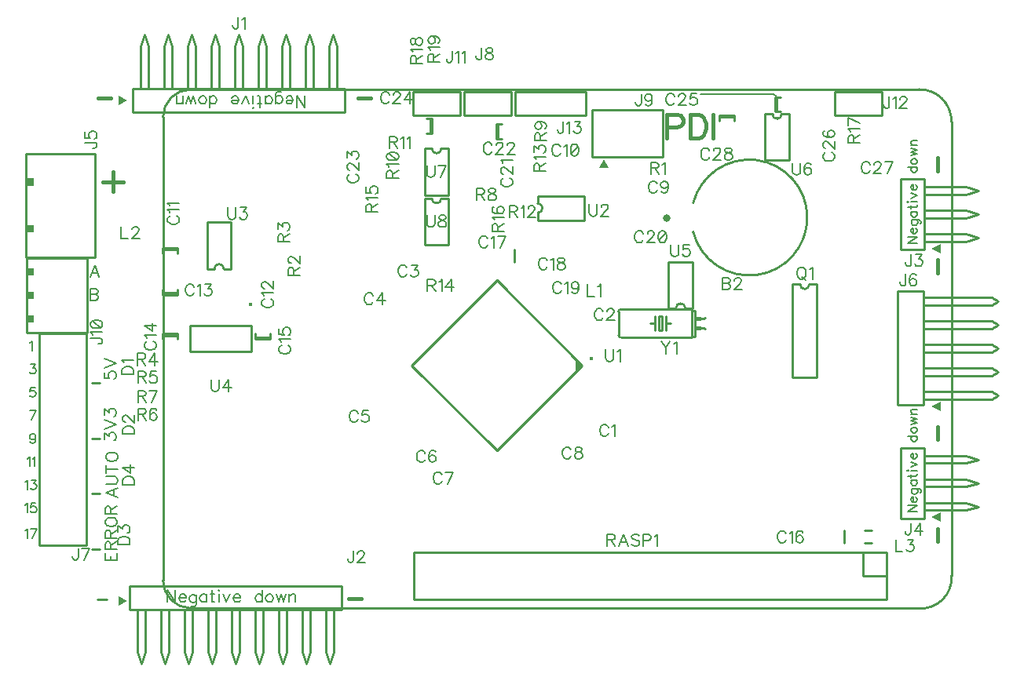
<source format=gto>
G04 DipTrace 2.4.0.2*
%INTopSilk.gbr*%
%MOIN*%
%ADD10C,0.0098*%
%ADD21C,0.0063*%
%ADD22C,0.0315*%
%ADD44C,0.0164*%
%ADD47C,0.0154*%
%ADD106C,0.0077*%
%ADD110C,0.0108*%
%FSLAX44Y44*%
G04*
G70*
G90*
G75*
G01*
%LNTopSilk*%
%LPD*%
D22*
X31221Y20535D3*
X32345Y21155D2*
D10*
G02X32345Y19934I2383J-610D01*
G01*
X9823Y19177D2*
X10452D1*
X9823Y19252D2*
X10452D1*
X9823D2*
Y19016D1*
X10452Y19252D2*
Y19016D1*
Y17339D2*
X9823D1*
X10452Y17264D2*
X9823D1*
X10452D2*
Y17500D1*
X9823Y17264D2*
Y17500D1*
Y15535D2*
X10452D1*
X9823Y15610D2*
X10452D1*
X9823D2*
Y15374D1*
X10452Y15610D2*
Y15374D1*
X14389Y15469D2*
X13760D1*
X14389Y15394D2*
X13760D1*
X14389D2*
Y15630D1*
X13760Y15394D2*
Y15630D1*
X38760Y7244D2*
Y6732D1*
X24742Y19178D2*
Y18667D1*
X24071Y23898D2*
Y24527D1*
X23996Y23898D2*
Y24527D1*
Y23898D2*
X24232D1*
X23996Y24527D2*
X24232D1*
X21185Y24737D2*
Y24108D1*
X21259Y24737D2*
Y24108D1*
Y24737D2*
X21023D1*
X21259Y24108D2*
X21023D1*
X35882Y25040D2*
Y25669D1*
X35807Y25040D2*
Y25669D1*
Y25040D2*
X36043D1*
X35807Y25669D2*
X36043D1*
X33445Y24807D2*
X34074D1*
X33445Y24882D2*
X34074D1*
X33445D2*
Y24646D1*
X34074Y24882D2*
Y24646D1*
X7146Y13504D2*
X6831D1*
X7146Y11142D2*
X6831D1*
X7146Y6457D2*
X6831D1*
X7146Y8819D2*
X6831D1*
X17555Y25032D2*
X8555D1*
Y26031D1*
X17555D1*
Y25032D1*
X16897Y26031D2*
Y27827D1*
X17055Y28331D1*
X17212Y26031D2*
Y27827D1*
X17055Y28331D1*
X15897Y26031D2*
Y27827D1*
X16055Y28331D1*
X16212Y26031D2*
Y27827D1*
X16055Y28331D1*
X14897Y26031D2*
Y27827D1*
X15055Y28331D1*
X15212Y26031D2*
Y27827D1*
X15055Y28331D1*
X13898Y26031D2*
Y27827D1*
X14055Y28331D1*
X14213Y26031D2*
Y27827D1*
X14055Y28331D1*
X12898Y26031D2*
Y27827D1*
X13055Y28331D1*
X13213Y26031D2*
Y27827D1*
X13055Y28331D1*
X11898Y26031D2*
Y27827D1*
X12055Y28331D1*
X12213Y26031D2*
Y27827D1*
X12055Y28331D1*
X10898Y26031D2*
Y27827D1*
X11055Y28331D1*
X11213Y26031D2*
Y27827D1*
X11055Y28331D1*
X9898Y26031D2*
Y27827D1*
X10055Y28331D1*
X10213Y26031D2*
Y27827D1*
X10055Y28331D1*
X8898Y26031D2*
Y27827D1*
X9056Y28331D1*
X9213Y26031D2*
Y27827D1*
X9056Y28331D1*
X8429Y4889D2*
X17429D1*
Y3890D1*
X8429D1*
Y4889D1*
X9087Y3890D2*
Y2094D1*
X8930Y1591D1*
X8772Y3890D2*
Y2094D1*
X8930Y1591D1*
X10087Y3890D2*
Y2094D1*
X9929Y1591D1*
X9772Y3890D2*
Y2094D1*
X9929Y1591D1*
X11087Y3890D2*
Y2094D1*
X10929Y1591D1*
X10772Y3890D2*
Y2094D1*
X10929Y1591D1*
X12087Y3890D2*
Y2094D1*
X11929Y1591D1*
X11772Y3890D2*
Y2094D1*
X11929Y1591D1*
X13087Y3890D2*
Y2094D1*
X12929Y1591D1*
X12772Y3890D2*
Y2094D1*
X12929Y1591D1*
X14087Y3890D2*
Y2094D1*
X13929Y1591D1*
X13772Y3890D2*
Y2094D1*
X13929Y1591D1*
X15086Y3890D2*
Y2094D1*
X14929Y1591D1*
X14771Y3890D2*
Y2094D1*
X14929Y1591D1*
X16086Y3890D2*
Y2094D1*
X15929Y1591D1*
X15771Y3890D2*
Y2094D1*
X15929Y1591D1*
X17086Y3890D2*
Y2094D1*
X16929Y1591D1*
X16771Y3890D2*
Y2094D1*
X16929Y1591D1*
X41142Y19185D2*
X42142D1*
Y22185D1*
X41142D1*
Y19185D1*
X42142Y19843D2*
X43937D1*
X44441Y19685D1*
X42142Y19528D2*
X43937D1*
X44441Y19685D1*
X42142Y20843D2*
X43937D1*
X44441Y20685D1*
X42142Y20528D2*
X43937D1*
X44441Y20685D1*
X42142Y21842D2*
X43937D1*
X44441Y21685D1*
X42142Y21527D2*
X43937D1*
X44441Y21685D1*
X41142Y7768D2*
X42142D1*
Y10768D1*
X41142D1*
Y7768D1*
X42142Y8425D2*
X43937D1*
X44441Y8268D1*
X42142Y8110D2*
X43937D1*
X44441Y8268D1*
X42142Y9425D2*
X43937D1*
X44441Y9268D1*
X42142Y9110D2*
X43937D1*
X44441Y9268D1*
X42142Y10425D2*
X43937D1*
X44441Y10268D1*
X42142Y10110D2*
X43937D1*
X44441Y10268D1*
X4016Y23268D2*
Y18858D1*
X6969D1*
Y23268D1*
X4016D1*
G36*
X4363Y22205D2*
X4048D1*
Y21890D1*
X4363D1*
Y22205D1*
G37*
G36*
Y20236D2*
X4048D1*
Y19921D1*
X4363D1*
Y20236D1*
G37*
X42126Y12835D2*
D10*
X45039D1*
X42126Y13150D2*
X45039D1*
Y12835D2*
X45303Y12992D1*
X45039Y13150D2*
X45303Y12992D1*
X41031Y12573D2*
X42126D1*
Y17411D1*
X41031D1*
Y12573D1*
X42126Y13835D2*
X45039D1*
X42126Y14150D2*
X45039D1*
Y13835D2*
X45303Y13992D1*
X45039Y14150D2*
X45303Y13992D1*
X42126Y14834D2*
X45039D1*
X42126Y15150D2*
X45039D1*
Y14834D2*
X45303Y14992D1*
X45039Y15150D2*
X45303Y14992D1*
X42126Y15835D2*
X45039D1*
X42126Y16150D2*
X45039D1*
Y15835D2*
X45303Y15992D1*
X45039Y16150D2*
X45303Y15992D1*
X42126Y16835D2*
X45039D1*
X42126Y17150D2*
X45039D1*
Y16835D2*
X45303Y16992D1*
X45039Y17150D2*
X45303Y16992D1*
X6579Y15610D2*
X4579D1*
Y6610D1*
X6579D1*
Y15610D1*
X22622Y25894D2*
X24622D1*
Y24894D1*
X22622D1*
Y25894D1*
X28043Y25122D2*
X31043D1*
Y23122D1*
X28043D1*
Y25122D1*
X4069Y18826D2*
Y15645D1*
X6628D1*
Y18826D1*
X4069D1*
G36*
X4354Y18392D2*
X4039D1*
Y18079D1*
X4354D1*
Y18392D1*
G37*
G36*
Y17393D2*
X4039D1*
Y17078D1*
X4354D1*
Y17393D1*
G37*
G36*
Y16393D2*
X4039D1*
Y16078D1*
X4354D1*
Y16393D1*
G37*
X20457Y25894D2*
D10*
X22457D1*
Y24894D1*
X20457D1*
Y25894D1*
X38370D2*
X40370D1*
Y24894D1*
X38370D1*
Y25894D1*
X24780D2*
X27779D1*
Y24894D1*
X24780D1*
Y25894D1*
X39922Y7264D2*
X39607D1*
X39922Y6713D2*
X39607D1*
X36567Y17704D2*
Y13767D1*
X37591Y17704D2*
Y13767D1*
X36567D2*
X37591D1*
X36567Y17704D2*
X36882D1*
X37276D2*
X37591D1*
X36882D2*
G03X37276Y17704I197J0D01*
G01*
X40551Y4334D2*
X20473D1*
Y6303D1*
X40551D1*
Y4334D1*
Y5320D2*
X39567D1*
Y6303D1*
X40551D1*
Y5320D1*
X41930Y3942D2*
X19094D1*
X41930Y25988D2*
G02X43309Y24609I30J-1349D01*
G01*
X41930Y3942D2*
G03X43309Y5320I98J1281D01*
G01*
X9843Y5122D2*
Y24806D1*
X19094Y25988D2*
X41930D1*
X43309Y24609D2*
Y5320D1*
X19094Y3942D2*
X11024D1*
G02X9843Y5122I2J1183D01*
G01*
X19094Y25988D2*
X11024D1*
G03X9843Y24806I-3J-1179D01*
G01*
X27634Y14262D2*
X24015Y10643D1*
X20396Y14262D1*
X24015Y17881D1*
X27634Y14262D1*
G36*
D2*
X27384Y14513D1*
X27634Y14262D1*
G37*
G36*
D2*
X27356Y14541D1*
Y13983D1*
X27634Y14262D1*
G37*
D44*
X28010Y14560D3*
X25750Y20433D2*
D10*
X27719D1*
X25750Y21457D2*
X27719D1*
Y20433D2*
Y21457D1*
X25750Y20748D2*
Y20433D1*
Y21142D2*
Y21457D1*
Y20748D2*
G03X25750Y21142I0J197D01*
G01*
X12736Y18368D2*
Y20337D1*
X11713Y18368D2*
Y20337D1*
X12736D2*
X11713D1*
X12421Y18368D2*
X12736D1*
X12027D2*
X11713D1*
X12421D2*
G03X12027Y18368I-197J0D01*
G01*
D47*
X13572Y16837D3*
X13583Y15945D2*
D10*
X10984D1*
X13583Y14843D2*
X10984D1*
Y15945D2*
Y14843D1*
X13583Y15945D2*
Y14843D1*
X32323Y16695D2*
Y18663D1*
X31299Y16695D2*
Y18663D1*
X32323D2*
X31299D1*
X32008Y16695D2*
X32323D1*
X31614D2*
X31299D1*
X32008D2*
G03X31614Y16695I-197J0D01*
G01*
X35394Y24939D2*
Y22970D1*
X36417Y24939D2*
Y22970D1*
X35394D2*
X36417D1*
X35709Y24939D2*
X35394D1*
X36102D2*
X36417D1*
X35709D2*
G03X36102Y24939I197J0D01*
G01*
X20942Y23470D2*
Y21501D1*
X21966Y23470D2*
Y21501D1*
X20942D2*
X21966D1*
X21257Y23470D2*
X20942D1*
X21651D2*
X21966D1*
X21257D2*
G03X21651Y23470I197J0D01*
G01*
X20942Y21345D2*
Y19376D1*
X21966Y21345D2*
Y19376D1*
X20942D2*
X21966D1*
X21257Y21345D2*
X20942D1*
X21651D2*
X21966D1*
X21257D2*
G03X21651Y21345I197J0D01*
G01*
X32429Y15498D2*
Y16598D1*
X29179Y16548D2*
G02X29279Y16648I100J0D01*
G01*
Y15448D2*
G02X29179Y15548I0J100D01*
G01*
Y16548D1*
X32429Y16598D2*
X32279D1*
Y16648D2*
Y16598D1*
Y16648D2*
X29279D1*
X32429Y15498D2*
X32279D1*
Y15448D2*
Y15498D1*
Y15448D2*
X29279D1*
X32279Y16598D2*
Y15498D1*
G36*
X32679Y16168D2*
X32449D1*
Y16328D1*
X32679D1*
Y16168D1*
G37*
G36*
Y15768D2*
X32449D1*
Y15928D1*
X32679D1*
Y15768D1*
G37*
X32783Y16245D2*
D10*
X32629Y16248D1*
X32779Y15848D2*
X32679D1*
X32783Y16245D2*
X32843Y16284D1*
Y15812D2*
X32783Y15851D1*
X30879Y15748D2*
X31029D1*
Y16348D2*
Y15748D1*
Y16348D2*
X30879D1*
Y15748D2*
Y16348D1*
X30729Y15748D2*
Y16048D1*
X31179Y15748D2*
Y16048D1*
X31379D1*
X31179D2*
Y16348D1*
X30729Y16048D2*
X30529D1*
X30729D2*
Y16348D1*
G36*
X28346Y22638D2*
X28543Y23031D1*
X28740Y22638D1*
X28346D1*
G37*
G36*
X42848Y12336D2*
X42454Y12533D1*
X42848Y12730D1*
Y12336D1*
G37*
G36*
Y7612D2*
X42454Y7808D1*
X42848Y8005D1*
Y7612D1*
G37*
G36*
Y19029D2*
X42454Y19226D1*
X42848Y19423D1*
Y19029D1*
G37*
G36*
X7940Y4462D2*
X8333Y4265D1*
X7940Y4068D1*
Y4462D1*
G37*
G36*
Y25722D2*
X8333Y25525D1*
X7940Y25328D1*
Y25722D1*
G37*
X32641Y25798D2*
D21*
X35766D1*
X35891Y25673D1*
X33588Y17986D2*
D106*
Y17484D1*
X33804D1*
X33876Y17508D1*
X33900Y17532D1*
X33923Y17579D1*
Y17651D1*
X33900Y17699D1*
X33876Y17723D1*
X33804Y17747D1*
X33876Y17771D1*
X33900Y17795D1*
X33923Y17842D1*
Y17891D1*
X33900Y17938D1*
X33876Y17962D1*
X33804Y17986D1*
X33588D1*
Y17747D2*
X33804D1*
X34102Y17866D2*
Y17890D1*
X34126Y17938D1*
X34150Y17962D1*
X34198Y17986D1*
X34293D1*
X34341Y17962D1*
X34365Y17938D1*
X34389Y17890D1*
Y17842D1*
X34365Y17794D1*
X34317Y17723D1*
X34078Y17484D1*
X34413D1*
X28743Y11634D2*
X28719Y11681D1*
X28671Y11729D1*
X28623Y11753D1*
X28528D1*
X28479Y11729D1*
X28432Y11681D1*
X28408Y11634D1*
X28384Y11562D1*
Y11442D1*
X28408Y11370D1*
X28432Y11322D1*
X28479Y11275D1*
X28528Y11250D1*
X28623D1*
X28671Y11275D1*
X28719Y11322D1*
X28743Y11370D1*
X28897Y11657D2*
X28945Y11681D1*
X29017Y11752D1*
Y11250D1*
X28518Y16555D2*
X28494Y16602D1*
X28446Y16650D1*
X28399Y16674D1*
X28303D1*
X28255Y16650D1*
X28207Y16602D1*
X28183Y16555D1*
X28159Y16483D1*
Y16363D1*
X28183Y16291D1*
X28207Y16243D1*
X28255Y16196D1*
X28303Y16172D1*
X28399D1*
X28446Y16196D1*
X28494Y16243D1*
X28518Y16291D1*
X28697Y16554D2*
Y16578D1*
X28720Y16626D1*
X28744Y16650D1*
X28792Y16673D1*
X28888D1*
X28935Y16650D1*
X28959Y16626D1*
X28984Y16578D1*
Y16530D1*
X28959Y16482D1*
X28912Y16411D1*
X28672Y16172D1*
X29007D1*
X20186Y18407D2*
X20162Y18455D1*
X20114Y18503D1*
X20067Y18527D1*
X19971D1*
X19923Y18503D1*
X19876Y18455D1*
X19851Y18407D1*
X19828Y18336D1*
Y18216D1*
X19851Y18144D1*
X19876Y18096D1*
X19923Y18049D1*
X19971Y18024D1*
X20067D1*
X20114Y18049D1*
X20162Y18096D1*
X20186Y18144D1*
X20389Y18526D2*
X20651D1*
X20508Y18335D1*
X20580D1*
X20627Y18311D1*
X20651Y18288D1*
X20676Y18216D1*
Y18168D1*
X20651Y18096D1*
X20604Y18048D1*
X20532Y18024D1*
X20460D1*
X20389Y18048D1*
X20365Y18073D1*
X20341Y18120D1*
X18762Y17225D2*
X18738Y17272D1*
X18690Y17320D1*
X18642Y17344D1*
X18547D1*
X18499Y17320D1*
X18451Y17272D1*
X18427Y17225D1*
X18403Y17153D1*
Y17033D1*
X18427Y16962D1*
X18451Y16914D1*
X18499Y16866D1*
X18547Y16842D1*
X18642D1*
X18690Y16866D1*
X18738Y16914D1*
X18762Y16962D1*
X19156Y16842D2*
Y17344D1*
X18916Y17009D1*
X19275D1*
X18114Y12236D2*
X18091Y12283D1*
X18043Y12331D1*
X17995Y12355D1*
X17899D1*
X17851Y12331D1*
X17804Y12283D1*
X17779Y12236D1*
X17756Y12164D1*
Y12044D1*
X17779Y11973D1*
X17804Y11925D1*
X17851Y11877D1*
X17899Y11853D1*
X17995D1*
X18043Y11877D1*
X18091Y11925D1*
X18114Y11973D1*
X18556Y12355D2*
X18317D1*
X18293Y12140D1*
X18317Y12163D1*
X18389Y12188D1*
X18460D1*
X18532Y12163D1*
X18580Y12116D1*
X18604Y12044D1*
Y11996D1*
X18580Y11925D1*
X18532Y11876D1*
X18460Y11853D1*
X18389D1*
X18317Y11876D1*
X18293Y11901D1*
X18269Y11948D1*
X20970Y10532D2*
X20946Y10579D1*
X20898Y10628D1*
X20851Y10651D1*
X20755D1*
X20707Y10628D1*
X20659Y10579D1*
X20635Y10532D1*
X20611Y10460D1*
Y10340D1*
X20635Y10269D1*
X20659Y10221D1*
X20707Y10173D1*
X20755Y10149D1*
X20851D1*
X20898Y10173D1*
X20946Y10221D1*
X20970Y10269D1*
X21411Y10579D2*
X21388Y10627D1*
X21316Y10651D1*
X21268D1*
X21196Y10627D1*
X21148Y10555D1*
X21124Y10436D1*
Y10316D1*
X21148Y10221D1*
X21196Y10173D1*
X21268Y10149D1*
X21292D1*
X21363Y10173D1*
X21411Y10221D1*
X21435Y10293D1*
Y10316D1*
X21411Y10388D1*
X21363Y10436D1*
X21292Y10460D1*
X21268D1*
X21196Y10436D1*
X21148Y10388D1*
X21124Y10316D1*
X21677Y9611D2*
X21653Y9658D1*
X21605Y9706D1*
X21558Y9730D1*
X21462D1*
X21414Y9706D1*
X21366Y9658D1*
X21342Y9611D1*
X21318Y9539D1*
Y9419D1*
X21342Y9348D1*
X21366Y9300D1*
X21414Y9252D1*
X21462Y9228D1*
X21558D1*
X21605Y9252D1*
X21653Y9300D1*
X21677Y9348D1*
X21927Y9228D2*
X22166Y9730D1*
X21831D1*
X27163Y10673D2*
X27139Y10721D1*
X27091Y10769D1*
X27043Y10793D1*
X26948D1*
X26900Y10769D1*
X26852Y10721D1*
X26828Y10673D1*
X26804Y10601D1*
Y10481D1*
X26828Y10410D1*
X26852Y10362D1*
X26900Y10315D1*
X26948Y10290D1*
X27043D1*
X27091Y10315D1*
X27139Y10362D1*
X27163Y10410D1*
X27437Y10792D2*
X27365Y10768D1*
X27341Y10721D1*
Y10673D1*
X27365Y10625D1*
X27413Y10601D1*
X27508Y10577D1*
X27580Y10553D1*
X27628Y10505D1*
X27652Y10458D1*
Y10386D1*
X27628Y10338D1*
X27604Y10314D1*
X27532Y10290D1*
X27437D1*
X27365Y10314D1*
X27341Y10338D1*
X27317Y10386D1*
Y10458D1*
X27341Y10505D1*
X27389Y10553D1*
X27460Y10577D1*
X27556Y10601D1*
X27604Y10625D1*
X27628Y10673D1*
Y10721D1*
X27604Y10768D1*
X27532Y10792D1*
X27437D1*
X30813Y21971D2*
X30789Y22019D1*
X30741Y22067D1*
X30693Y22090D1*
X30598D1*
X30550Y22067D1*
X30502Y22019D1*
X30478Y21971D1*
X30454Y21899D1*
Y21779D1*
X30478Y21708D1*
X30502Y21660D1*
X30550Y21612D1*
X30598Y21588D1*
X30693D1*
X30741Y21612D1*
X30789Y21660D1*
X30813Y21708D1*
X31278Y21923D2*
X31254Y21851D1*
X31206Y21803D1*
X31135Y21779D1*
X31111D1*
X31039Y21803D1*
X30991Y21851D1*
X30967Y21923D1*
Y21947D1*
X30991Y22019D1*
X31039Y22066D1*
X31111Y22090D1*
X31135D1*
X31206Y22066D1*
X31254Y22019D1*
X31278Y21923D1*
Y21803D1*
X31254Y21684D1*
X31206Y21612D1*
X31135Y21588D1*
X31087D1*
X31015Y21612D1*
X30991Y21660D1*
X26711Y23545D2*
X26687Y23592D1*
X26639Y23641D1*
X26592Y23664D1*
X26496D1*
X26448Y23641D1*
X26400Y23592D1*
X26376Y23545D1*
X26352Y23473D1*
Y23353D1*
X26376Y23282D1*
X26400Y23234D1*
X26448Y23186D1*
X26496Y23162D1*
X26592D1*
X26639Y23186D1*
X26687Y23234D1*
X26711Y23282D1*
X26865Y23568D2*
X26913Y23592D1*
X26985Y23664D1*
Y23162D1*
X27283Y23664D2*
X27211Y23640D1*
X27163Y23568D1*
X27140Y23449D1*
Y23377D1*
X27163Y23258D1*
X27211Y23186D1*
X27283Y23162D1*
X27331D1*
X27403Y23186D1*
X27450Y23258D1*
X27475Y23377D1*
Y23449D1*
X27450Y23568D1*
X27403Y23640D1*
X27331Y23664D1*
X27283D1*
X27450Y23568D2*
X27163Y23258D1*
X10155Y20614D2*
X10107Y20590D1*
X10059Y20542D1*
X10035Y20494D1*
Y20399D1*
X10059Y20351D1*
X10107Y20303D1*
X10155Y20279D1*
X10227Y20255D1*
X10347D1*
X10418Y20279D1*
X10466Y20303D1*
X10514Y20351D1*
X10538Y20399D1*
Y20494D1*
X10514Y20542D1*
X10466Y20590D1*
X10418Y20614D1*
X10132Y20768D2*
X10107Y20816D1*
X10036Y20888D1*
X10538D1*
X10132Y21042D2*
X10107Y21090D1*
X10036Y21162D1*
X10538D1*
X14151Y17081D2*
X14103Y17057D1*
X14055Y17009D1*
X14032Y16962D1*
Y16866D1*
X14055Y16818D1*
X14103Y16770D1*
X14151Y16746D1*
X14223Y16722D1*
X14343D1*
X14414Y16746D1*
X14462Y16770D1*
X14510Y16818D1*
X14534Y16866D1*
Y16962D1*
X14510Y17009D1*
X14462Y17057D1*
X14414Y17081D1*
X14128Y17235D2*
X14103Y17283D1*
X14032Y17355D1*
X14534D1*
X14151Y17534D2*
X14128D1*
X14080Y17558D1*
X14056Y17582D1*
X14032Y17630D1*
Y17725D1*
X14056Y17773D1*
X14080Y17797D1*
X14128Y17821D1*
X14175D1*
X14223Y17797D1*
X14295Y17749D1*
X14534Y17510D1*
Y17845D1*
X11156Y17601D2*
X11132Y17649D1*
X11084Y17697D1*
X11036Y17720D1*
X10941D1*
X10893Y17697D1*
X10845Y17649D1*
X10821Y17601D1*
X10797Y17529D1*
Y17409D1*
X10821Y17338D1*
X10845Y17290D1*
X10893Y17242D1*
X10941Y17218D1*
X11036D1*
X11084Y17242D1*
X11132Y17290D1*
X11156Y17338D1*
X11310Y17624D2*
X11358Y17649D1*
X11430Y17720D1*
Y17218D1*
X11633Y17720D2*
X11895D1*
X11752Y17529D1*
X11824D1*
X11871Y17505D1*
X11895Y17481D1*
X11919Y17409D1*
Y17362D1*
X11895Y17290D1*
X11848Y17242D1*
X11776Y17218D1*
X11704D1*
X11633Y17242D1*
X11609Y17266D1*
X11585Y17314D1*
X9171Y15278D2*
X9123Y15254D1*
X9075Y15206D1*
X9051Y15158D1*
Y15063D1*
X9075Y15015D1*
X9123Y14967D1*
X9171Y14943D1*
X9242Y14919D1*
X9362D1*
X9434Y14943D1*
X9482Y14967D1*
X9529Y15015D1*
X9554Y15063D1*
Y15158D1*
X9529Y15206D1*
X9482Y15254D1*
X9434Y15278D1*
X9147Y15432D2*
X9123Y15480D1*
X9052Y15552D1*
X9554D1*
Y15946D2*
X9052D1*
X9386Y15706D1*
Y16065D1*
X14879Y15112D2*
X14832Y15089D1*
X14784Y15041D1*
X14760Y14993D1*
Y14897D1*
X14784Y14849D1*
X14832Y14802D1*
X14879Y14778D1*
X14951Y14754D1*
X15071D1*
X15142Y14778D1*
X15190Y14802D1*
X15238Y14849D1*
X15262Y14897D1*
Y14993D1*
X15238Y15041D1*
X15190Y15089D1*
X15142Y15112D1*
X14856Y15267D2*
X14832Y15315D1*
X14760Y15387D1*
X15262D1*
X14760Y15828D2*
Y15589D1*
X14975Y15566D1*
X14952Y15589D1*
X14927Y15661D1*
Y15732D1*
X14952Y15804D1*
X14999Y15852D1*
X15071Y15876D1*
X15119D1*
X15190Y15852D1*
X15239Y15804D1*
X15262Y15732D1*
Y15661D1*
X15239Y15589D1*
X15214Y15566D1*
X15167Y15541D1*
X36286Y7109D2*
X36262Y7156D1*
X36214Y7205D1*
X36167Y7228D1*
X36071D1*
X36023Y7205D1*
X35976Y7156D1*
X35951Y7109D1*
X35927Y7037D1*
Y6917D1*
X35951Y6846D1*
X35976Y6798D1*
X36023Y6750D1*
X36071Y6726D1*
X36167D1*
X36214Y6750D1*
X36262Y6798D1*
X36286Y6846D1*
X36441Y7132D2*
X36489Y7156D1*
X36560Y7228D1*
Y6726D1*
X37002Y7156D2*
X36978Y7204D1*
X36906Y7228D1*
X36859D1*
X36787Y7204D1*
X36739Y7132D1*
X36715Y7013D1*
Y6893D1*
X36739Y6798D1*
X36787Y6750D1*
X36859Y6726D1*
X36882D1*
X36954Y6750D1*
X37002Y6798D1*
X37025Y6870D1*
Y6893D1*
X37002Y6965D1*
X36954Y7013D1*
X36882Y7037D1*
X36859D1*
X36787Y7013D1*
X36739Y6965D1*
X36715Y6893D1*
X23625Y19643D2*
X23601Y19691D1*
X23553Y19739D1*
X23506Y19763D1*
X23410D1*
X23362Y19739D1*
X23314Y19691D1*
X23290Y19643D1*
X23266Y19572D1*
Y19452D1*
X23290Y19380D1*
X23314Y19332D1*
X23362Y19285D1*
X23410Y19260D1*
X23506D1*
X23553Y19285D1*
X23601Y19332D1*
X23625Y19380D1*
X23779Y19667D2*
X23827Y19691D1*
X23899Y19762D1*
Y19260D1*
X24149D2*
X24389Y19762D1*
X24054D1*
X26150Y18714D2*
X26126Y18761D1*
X26078Y18809D1*
X26031Y18833D1*
X25935D1*
X25887Y18809D1*
X25839Y18761D1*
X25815Y18714D1*
X25791Y18642D1*
Y18522D1*
X25815Y18451D1*
X25839Y18403D1*
X25887Y18355D1*
X25935Y18331D1*
X26031D1*
X26078Y18355D1*
X26126Y18403D1*
X26150Y18451D1*
X26304Y18737D2*
X26353Y18761D1*
X26424Y18833D1*
Y18331D1*
X26698Y18833D2*
X26627Y18809D1*
X26603Y18761D1*
Y18713D1*
X26627Y18666D1*
X26674Y18641D1*
X26770Y18618D1*
X26842Y18594D1*
X26889Y18546D1*
X26913Y18498D1*
Y18426D1*
X26889Y18379D1*
X26866Y18354D1*
X26794Y18331D1*
X26698D1*
X26627Y18354D1*
X26603Y18379D1*
X26579Y18426D1*
Y18498D1*
X26603Y18546D1*
X26651Y18594D1*
X26722Y18618D1*
X26818Y18641D1*
X26866Y18666D1*
X26889Y18713D1*
Y18761D1*
X26866Y18809D1*
X26794Y18833D1*
X26698D1*
X26750Y17703D2*
X26726Y17750D1*
X26678Y17798D1*
X26630Y17822D1*
X26535D1*
X26487Y17798D1*
X26439Y17750D1*
X26415Y17703D1*
X26391Y17631D1*
Y17511D1*
X26415Y17440D1*
X26439Y17392D1*
X26487Y17344D1*
X26535Y17320D1*
X26630D1*
X26678Y17344D1*
X26726Y17392D1*
X26750Y17440D1*
X26904Y17726D2*
X26952Y17750D1*
X27024Y17822D1*
Y17320D1*
X27490Y17655D2*
X27465Y17583D1*
X27418Y17535D1*
X27346Y17511D1*
X27322D1*
X27250Y17535D1*
X27203Y17583D1*
X27178Y17655D1*
Y17679D1*
X27203Y17750D1*
X27250Y17798D1*
X27322Y17822D1*
X27346D1*
X27418Y17798D1*
X27465Y17750D1*
X27490Y17655D1*
Y17535D1*
X27465Y17415D1*
X27418Y17344D1*
X27346Y17320D1*
X27298D1*
X27227Y17344D1*
X27203Y17392D1*
X30228Y19857D2*
X30205Y19905D1*
X30157Y19953D1*
X30109Y19977D1*
X30013D1*
X29965Y19953D1*
X29918Y19905D1*
X29893Y19857D1*
X29870Y19786D1*
Y19666D1*
X29893Y19594D1*
X29918Y19546D1*
X29965Y19499D1*
X30013Y19474D1*
X30109D1*
X30157Y19499D1*
X30205Y19546D1*
X30228Y19594D1*
X30407Y19857D2*
Y19881D1*
X30431Y19929D1*
X30455Y19952D1*
X30503Y19976D1*
X30598D1*
X30646Y19952D1*
X30670Y19929D1*
X30694Y19881D1*
Y19833D1*
X30670Y19785D1*
X30622Y19714D1*
X30383Y19474D1*
X30718D1*
X31016Y19976D2*
X30944Y19952D1*
X30896Y19881D1*
X30872Y19761D1*
Y19689D1*
X30896Y19570D1*
X30944Y19498D1*
X31016Y19474D1*
X31063D1*
X31135Y19498D1*
X31183Y19570D1*
X31207Y19689D1*
Y19761D1*
X31183Y19881D1*
X31135Y19952D1*
X31063Y19976D1*
X31016D1*
X31183Y19881D2*
X30896Y19570D1*
X24295Y22215D2*
X24248Y22192D1*
X24200Y22143D1*
X24176Y22096D1*
Y22000D1*
X24200Y21952D1*
X24248Y21905D1*
X24295Y21880D1*
X24367Y21857D1*
X24487D1*
X24558Y21880D1*
X24606Y21905D1*
X24654Y21952D1*
X24678Y22000D1*
Y22096D1*
X24654Y22143D1*
X24606Y22192D1*
X24558Y22215D1*
X24296Y22394D2*
X24272D1*
X24224Y22418D1*
X24200Y22442D1*
X24176Y22490D1*
Y22585D1*
X24200Y22633D1*
X24224Y22657D1*
X24272Y22681D1*
X24319D1*
X24368Y22657D1*
X24439Y22609D1*
X24678Y22370D1*
Y22705D1*
X24272Y22859D2*
X24248Y22907D1*
X24176Y22979D1*
X24678D1*
X23804Y23617D2*
X23780Y23665D1*
X23732Y23713D1*
X23685Y23737D1*
X23589D1*
X23541Y23713D1*
X23494Y23665D1*
X23469Y23617D1*
X23445Y23545D1*
Y23425D1*
X23469Y23354D1*
X23494Y23306D1*
X23541Y23259D1*
X23589Y23234D1*
X23685D1*
X23732Y23259D1*
X23780Y23306D1*
X23804Y23354D1*
X23983Y23617D2*
Y23640D1*
X24007Y23689D1*
X24030Y23712D1*
X24079Y23736D1*
X24174D1*
X24222Y23712D1*
X24245Y23689D1*
X24270Y23640D1*
Y23593D1*
X24245Y23545D1*
X24198Y23474D1*
X23959Y23234D1*
X24294D1*
X24472Y23617D2*
Y23640D1*
X24496Y23689D1*
X24520Y23712D1*
X24568Y23736D1*
X24663D1*
X24711Y23712D1*
X24735Y23689D1*
X24759Y23640D1*
Y23593D1*
X24735Y23545D1*
X24687Y23474D1*
X24448Y23234D1*
X24783D1*
X17769Y22385D2*
X17722Y22361D1*
X17673Y22313D1*
X17650Y22266D1*
Y22170D1*
X17673Y22122D1*
X17722Y22074D1*
X17769Y22050D1*
X17841Y22026D1*
X17961D1*
X18032Y22050D1*
X18080Y22074D1*
X18128Y22122D1*
X18152Y22170D1*
Y22266D1*
X18128Y22313D1*
X18080Y22361D1*
X18032Y22385D1*
X17770Y22564D2*
X17746D1*
X17698Y22587D1*
X17674Y22611D1*
X17650Y22659D1*
Y22755D1*
X17674Y22802D1*
X17698Y22826D1*
X17746Y22850D1*
X17793D1*
X17841Y22826D1*
X17913Y22779D1*
X18152Y22539D1*
Y22874D1*
X17650Y23077D2*
Y23339D1*
X17841Y23196D1*
Y23268D1*
X17865Y23315D1*
X17889Y23339D1*
X17961Y23364D1*
X18008D1*
X18080Y23339D1*
X18128Y23292D1*
X18152Y23220D1*
Y23148D1*
X18128Y23077D1*
X18104Y23053D1*
X18056Y23029D1*
X19444Y25765D2*
X19421Y25812D1*
X19373Y25861D1*
X19325Y25884D1*
X19229D1*
X19181Y25861D1*
X19134Y25812D1*
X19109Y25765D1*
X19086Y25693D1*
Y25573D1*
X19109Y25502D1*
X19134Y25454D1*
X19181Y25406D1*
X19229Y25382D1*
X19325D1*
X19373Y25406D1*
X19421Y25454D1*
X19444Y25502D1*
X19623Y25764D2*
Y25788D1*
X19647Y25836D1*
X19671Y25860D1*
X19719Y25884D1*
X19814D1*
X19862Y25860D1*
X19886Y25836D1*
X19910Y25788D1*
Y25741D1*
X19886Y25693D1*
X19838Y25621D1*
X19599Y25382D1*
X19934D1*
X20327D2*
Y25884D1*
X20088Y25549D1*
X20447D1*
X31553Y25697D2*
X31529Y25744D1*
X31481Y25792D1*
X31433Y25816D1*
X31338D1*
X31290Y25792D1*
X31242Y25744D1*
X31218Y25697D1*
X31194Y25625D1*
Y25505D1*
X31218Y25433D1*
X31242Y25385D1*
X31290Y25338D1*
X31338Y25313D1*
X31433D1*
X31481Y25338D1*
X31529Y25385D1*
X31553Y25433D1*
X31731Y25696D2*
Y25720D1*
X31755Y25768D1*
X31779Y25792D1*
X31827Y25815D1*
X31923D1*
X31970Y25792D1*
X31994Y25768D1*
X32018Y25720D1*
Y25672D1*
X31994Y25624D1*
X31946Y25553D1*
X31707Y25313D1*
X32042D1*
X32483Y25815D2*
X32245D1*
X32221Y25600D1*
X32245Y25624D1*
X32316Y25648D1*
X32388D1*
X32460Y25624D1*
X32508Y25577D1*
X32531Y25505D1*
Y25457D1*
X32508Y25385D1*
X32460Y25337D1*
X32388Y25313D1*
X32316D1*
X32245Y25337D1*
X32221Y25362D1*
X32196Y25409D1*
X37968Y23304D2*
X37921Y23280D1*
X37873Y23232D1*
X37849Y23185D1*
Y23089D1*
X37873Y23041D1*
X37921Y22993D1*
X37968Y22969D1*
X38040Y22945D1*
X38160D1*
X38231Y22969D1*
X38280Y22993D1*
X38327Y23041D1*
X38351Y23089D1*
Y23185D1*
X38327Y23232D1*
X38280Y23280D1*
X38231Y23304D1*
X37969Y23483D2*
X37945D1*
X37897Y23507D1*
X37873Y23530D1*
X37850Y23578D1*
Y23674D1*
X37873Y23722D1*
X37897Y23745D1*
X37945Y23770D1*
X37993D1*
X38041Y23745D1*
X38112Y23698D1*
X38351Y23458D1*
Y23793D1*
X37921Y24235D2*
X37873Y24211D1*
X37850Y24139D1*
Y24091D1*
X37873Y24020D1*
X37945Y23972D1*
X38065Y23948D1*
X38184D1*
X38280Y23972D1*
X38328Y24020D1*
X38351Y24091D1*
Y24115D1*
X38328Y24187D1*
X38280Y24235D1*
X38208Y24258D1*
X38184D1*
X38112Y24235D1*
X38065Y24187D1*
X38041Y24115D1*
Y24091D1*
X38065Y24020D1*
X38112Y23972D1*
X38184Y23948D1*
X39848Y22801D2*
X39824Y22848D1*
X39776Y22896D1*
X39728Y22920D1*
X39633D1*
X39584Y22896D1*
X39537Y22848D1*
X39513Y22801D1*
X39489Y22729D1*
Y22609D1*
X39513Y22538D1*
X39537Y22490D1*
X39584Y22442D1*
X39633Y22418D1*
X39728D1*
X39776Y22442D1*
X39824Y22490D1*
X39848Y22538D1*
X40026Y22800D2*
Y22824D1*
X40050Y22872D1*
X40074Y22896D1*
X40122Y22920D1*
X40217D1*
X40265Y22896D1*
X40289Y22872D1*
X40313Y22824D1*
Y22777D1*
X40289Y22728D1*
X40241Y22657D1*
X40002Y22418D1*
X40337D1*
X40587D2*
X40826Y22920D1*
X40491D1*
X33033Y23377D2*
X33010Y23424D1*
X32961Y23472D1*
X32914Y23496D1*
X32818D1*
X32770Y23472D1*
X32723Y23424D1*
X32698Y23377D1*
X32675Y23305D1*
Y23185D1*
X32698Y23114D1*
X32723Y23065D1*
X32770Y23018D1*
X32818Y22994D1*
X32914D1*
X32961Y23018D1*
X33010Y23065D1*
X33033Y23114D1*
X33212Y23376D2*
Y23400D1*
X33236Y23448D1*
X33260Y23472D1*
X33308Y23495D1*
X33403D1*
X33451Y23472D1*
X33475Y23448D1*
X33499Y23400D1*
Y23352D1*
X33475Y23304D1*
X33427Y23233D1*
X33188Y22994D1*
X33523D1*
X33796Y23495D2*
X33725Y23472D1*
X33701Y23424D1*
Y23376D1*
X33725Y23329D1*
X33773Y23304D1*
X33868Y23280D1*
X33940Y23257D1*
X33988Y23209D1*
X34011Y23161D1*
Y23089D1*
X33988Y23042D1*
X33964Y23017D1*
X33892Y22994D1*
X33796D1*
X33725Y23017D1*
X33701Y23042D1*
X33677Y23089D1*
Y23161D1*
X33701Y23209D1*
X33749Y23257D1*
X33820Y23280D1*
X33916Y23304D1*
X33964Y23329D1*
X33988Y23376D1*
Y23424D1*
X33964Y23472D1*
X33892Y23495D1*
X33796D1*
X8090Y13881D2*
X8593D1*
Y14049D1*
X8568Y14121D1*
X8521Y14169D1*
X8473Y14193D1*
X8401Y14216D1*
X8281D1*
X8210Y14193D1*
X8162Y14169D1*
X8114Y14121D1*
X8090Y14049D1*
Y13881D1*
X8186Y14371D2*
X8162Y14419D1*
X8091Y14491D1*
X8593D1*
X7355Y13965D2*
Y13726D1*
X7570Y13703D1*
X7546Y13726D1*
X7522Y13798D1*
Y13870D1*
X7546Y13941D1*
X7594Y13989D1*
X7666Y14013D1*
X7713D1*
X7785Y13989D1*
X7833Y13941D1*
X7857Y13870D1*
Y13798D1*
X7833Y13726D1*
X7809Y13703D1*
X7761Y13678D1*
X7355Y14168D2*
X7857Y14359D1*
X7355Y14550D1*
X8126Y11340D2*
X8628D1*
Y11507D1*
X8604Y11579D1*
X8557Y11627D1*
X8509Y11651D1*
X8437Y11675D1*
X8317D1*
X8245Y11651D1*
X8198Y11627D1*
X8150Y11579D1*
X8126Y11507D1*
Y11340D1*
X8246Y11853D2*
X8222D1*
X8174Y11877D1*
X8150Y11901D1*
X8127Y11949D1*
Y12045D1*
X8150Y12092D1*
X8174Y12116D1*
X8222Y12140D1*
X8270D1*
X8318Y12116D1*
X8389Y12068D1*
X8628Y11829D1*
Y12164D1*
X7355Y11119D2*
Y11382D1*
X7546Y11239D1*
Y11311D1*
X7570Y11358D1*
X7594Y11382D1*
X7666Y11406D1*
X7713D1*
X7785Y11382D1*
X7833Y11334D1*
X7857Y11263D1*
Y11191D1*
X7833Y11119D1*
X7809Y11096D1*
X7761Y11071D1*
X7355Y11561D2*
X7857Y11752D1*
X7355Y11943D1*
Y12146D2*
Y12408D1*
X7546Y12265D1*
Y12337D1*
X7570Y12384D1*
X7594Y12408D1*
X7666Y12433D1*
X7713D1*
X7785Y12408D1*
X7833Y12361D1*
X7857Y12289D1*
Y12217D1*
X7833Y12146D1*
X7809Y12122D1*
X7761Y12098D1*
X7929Y6655D2*
X8432D1*
Y6822D1*
X8407Y6894D1*
X8360Y6942D1*
X8312Y6966D1*
X8240Y6990D1*
X8120D1*
X8049Y6966D1*
X8001Y6942D1*
X7953Y6894D1*
X7929Y6822D1*
Y6655D1*
X7930Y7192D2*
Y7455D1*
X8121Y7312D1*
Y7383D1*
X8145Y7431D1*
X8169Y7455D1*
X8240Y7479D1*
X8288D1*
X8360Y7455D1*
X8408Y7407D1*
X8432Y7335D1*
Y7264D1*
X8408Y7192D1*
X8384Y7168D1*
X8336Y7144D1*
X7390Y6282D2*
Y5972D1*
X7893D1*
Y6282D1*
X7630Y5972D2*
Y6163D1*
Y6437D2*
Y6652D1*
X7605Y6724D1*
X7582Y6748D1*
X7534Y6772D1*
X7486D1*
X7438Y6748D1*
X7414Y6724D1*
X7390Y6652D1*
Y6437D1*
X7893D1*
X7630Y6604D2*
X7893Y6772D1*
X7630Y6926D2*
Y7141D1*
X7605Y7213D1*
X7582Y7237D1*
X7534Y7261D1*
X7486D1*
X7438Y7237D1*
X7414Y7213D1*
X7390Y7141D1*
Y6926D1*
X7893D1*
X7630Y7093D2*
X7893Y7261D1*
X7390Y7559D2*
X7414Y7511D1*
X7462Y7463D1*
X7510Y7439D1*
X7582Y7415D1*
X7701D1*
X7773Y7439D1*
X7821Y7463D1*
X7868Y7511D1*
X7893Y7559D1*
Y7655D1*
X7868Y7702D1*
X7821Y7750D1*
X7773Y7774D1*
X7701Y7798D1*
X7582D1*
X7510Y7774D1*
X7462Y7750D1*
X7414Y7702D1*
X7390Y7655D1*
Y7559D1*
X7630Y7952D2*
Y8167D1*
X7605Y8239D1*
X7582Y8263D1*
X7534Y8287D1*
X7486D1*
X7438Y8263D1*
X7414Y8239D1*
X7390Y8167D1*
Y7952D1*
X7893D1*
X7630Y8120D2*
X7893Y8287D1*
X8126Y9202D2*
X8628D1*
Y9369D1*
X8604Y9441D1*
X8557Y9489D1*
X8509Y9513D1*
X8437Y9537D1*
X8317D1*
X8245Y9513D1*
X8198Y9489D1*
X8150Y9441D1*
X8126Y9369D1*
Y9202D1*
X8628Y9931D2*
X8127D1*
X8461Y9691D1*
Y10050D1*
X7920Y9050D2*
X7417Y8859D1*
X7920Y8667D1*
X7752Y8739D2*
Y8979D1*
X7417Y9205D2*
X7776D1*
X7848Y9229D1*
X7895Y9277D1*
X7920Y9348D1*
Y9396D1*
X7895Y9468D1*
X7848Y9516D1*
X7776Y9540D1*
X7417D1*
Y9862D2*
X7920D1*
X7417Y9694D2*
Y10029D1*
Y10327D2*
X7441Y10279D1*
X7489Y10232D1*
X7537Y10207D1*
X7608Y10183D1*
X7728D1*
X7800Y10207D1*
X7848Y10232D1*
X7895Y10279D1*
X7920Y10327D1*
Y10423D1*
X7895Y10470D1*
X7848Y10518D1*
X7800Y10542D1*
X7728Y10566D1*
X7608D1*
X7537Y10542D1*
X7489Y10518D1*
X7441Y10470D1*
X7417Y10423D1*
Y10327D1*
X13038Y29063D2*
Y28680D1*
X13014Y28609D1*
X12990Y28585D1*
X12942Y28561D1*
X12894D1*
X12846Y28585D1*
X12823Y28609D1*
X12798Y28680D1*
Y28728D1*
X13192Y28967D2*
X13240Y28991D1*
X13312Y29062D1*
Y28561D1*
X17922Y6382D2*
Y5999D1*
X17898Y5928D1*
X17874Y5904D1*
X17827Y5879D1*
X17779D1*
X17731Y5904D1*
X17707Y5928D1*
X17683Y5999D1*
Y6047D1*
X18101Y6262D2*
Y6286D1*
X18125Y6334D1*
X18148Y6358D1*
X18197Y6381D1*
X18292D1*
X18340Y6358D1*
X18363Y6334D1*
X18388Y6286D1*
Y6238D1*
X18363Y6190D1*
X18316Y6119D1*
X18077Y5879D1*
X18412D1*
X41597Y18980D2*
Y18598D1*
X41574Y18526D1*
X41549Y18502D1*
X41502Y18478D1*
X41454D1*
X41406Y18502D1*
X41382Y18526D1*
X41358Y18598D1*
Y18645D1*
X41800Y18980D2*
X42062D1*
X41919Y18788D1*
X41991D1*
X42039Y18765D1*
X42062Y18741D1*
X42087Y18669D1*
Y18622D1*
X42062Y18550D1*
X42015Y18502D1*
X41943Y18478D1*
X41871D1*
X41800Y18502D1*
X41776Y18526D1*
X41752Y18573D1*
X41586Y7563D2*
Y7180D1*
X41562Y7109D1*
X41537Y7085D1*
X41490Y7061D1*
X41442D1*
X41394Y7085D1*
X41371Y7109D1*
X41346Y7180D1*
Y7228D1*
X41979Y7061D2*
Y7562D1*
X41740Y7228D1*
X42099D1*
X6532Y23733D2*
X6914D1*
X6986Y23709D1*
X7010Y23685D1*
X7034Y23638D1*
Y23590D1*
X7010Y23542D1*
X6986Y23518D1*
X6914Y23494D1*
X6866D1*
X6532Y24175D2*
Y23936D1*
X6747Y23912D1*
X6723Y23936D1*
X6699Y24008D1*
Y24079D1*
X6723Y24151D1*
X6771Y24199D1*
X6843Y24223D1*
X6890D1*
X6962Y24199D1*
X7010Y24151D1*
X7034Y24079D1*
Y24008D1*
X7010Y23936D1*
X6986Y23912D1*
X6938Y23888D1*
X41369Y18144D2*
Y17761D1*
X41346Y17689D1*
X41321Y17666D1*
X41274Y17641D1*
X41226D1*
X41178Y17666D1*
X41154Y17689D1*
X41130Y17761D1*
Y17809D1*
X41811Y18072D2*
X41787Y18119D1*
X41715Y18143D1*
X41668D1*
X41596Y18119D1*
X41548Y18047D1*
X41524Y17928D1*
Y17809D1*
X41548Y17713D1*
X41596Y17665D1*
X41668Y17641D1*
X41691D1*
X41763Y17665D1*
X41811Y17713D1*
X41834Y17785D1*
Y17809D1*
X41811Y17881D1*
X41763Y17928D1*
X41691Y17952D1*
X41668D1*
X41596Y17928D1*
X41548Y17881D1*
X41524Y17809D1*
X6241Y6500D2*
Y6117D1*
X6217Y6046D1*
X6193Y6022D1*
X6146Y5998D1*
X6097D1*
X6050Y6022D1*
X6026Y6046D1*
X6002Y6117D1*
Y6165D1*
X6491Y5998D2*
X6730Y6499D1*
X6396D1*
X23372Y27751D2*
Y27368D1*
X23349Y27297D1*
X23324Y27273D1*
X23277Y27249D1*
X23229D1*
X23181Y27273D1*
X23157Y27297D1*
X23133Y27368D1*
Y27416D1*
X23646Y27750D2*
X23575Y27727D1*
X23550Y27679D1*
Y27631D1*
X23575Y27583D1*
X23622Y27559D1*
X23718Y27535D1*
X23790Y27512D1*
X23837Y27464D1*
X23861Y27416D1*
Y27344D1*
X23837Y27297D1*
X23814Y27272D1*
X23742Y27249D1*
X23646D1*
X23575Y27272D1*
X23550Y27297D1*
X23527Y27344D1*
Y27416D1*
X23550Y27464D1*
X23599Y27512D1*
X23670Y27535D1*
X23765Y27559D1*
X23814Y27583D1*
X23837Y27631D1*
Y27679D1*
X23814Y27727D1*
X23742Y27750D1*
X23646D1*
X30140Y25798D2*
Y25416D1*
X30116Y25344D1*
X30092Y25320D1*
X30044Y25296D1*
X29996D1*
X29949Y25320D1*
X29925Y25344D1*
X29901Y25416D1*
Y25463D1*
X30605Y25631D2*
X30581Y25559D1*
X30534Y25511D1*
X30462Y25487D1*
X30438D1*
X30366Y25511D1*
X30319Y25559D1*
X30294Y25631D1*
Y25654D1*
X30319Y25726D1*
X30366Y25774D1*
X30438Y25798D1*
X30462D1*
X30534Y25774D1*
X30581Y25726D1*
X30605Y25631D1*
Y25511D1*
X30581Y25391D1*
X30534Y25320D1*
X30462Y25296D1*
X30414D1*
X30342Y25320D1*
X30319Y25368D1*
X6767Y15414D2*
X7149D1*
X7221Y15390D1*
X7245Y15366D1*
X7269Y15318D1*
Y15270D1*
X7245Y15223D1*
X7221Y15199D1*
X7149Y15175D1*
X7101D1*
X6863Y15568D2*
X6838Y15616D1*
X6767Y15688D1*
X7269D1*
X6767Y15986D2*
X6791Y15915D1*
X6863Y15866D1*
X6982Y15843D1*
X7054D1*
X7173Y15866D1*
X7245Y15915D1*
X7269Y15986D1*
Y16034D1*
X7245Y16106D1*
X7173Y16153D1*
X7054Y16178D1*
X6982D1*
X6863Y16153D1*
X6791Y16106D1*
X6767Y16034D1*
Y15986D1*
X6863Y16153D2*
X7173Y15866D1*
X22115Y27626D2*
Y27243D1*
X22091Y27172D1*
X22066Y27148D1*
X22019Y27124D1*
X21971D1*
X21923Y27148D1*
X21900Y27172D1*
X21875Y27243D1*
Y27291D1*
X22269Y27530D2*
X22317Y27554D1*
X22389Y27625D1*
Y27124D1*
X22543Y27530D2*
X22591Y27554D1*
X22663Y27625D1*
Y27124D1*
X40670Y25688D2*
Y25306D1*
X40647Y25234D1*
X40622Y25210D1*
X40575Y25186D1*
X40527D1*
X40479Y25210D1*
X40455Y25234D1*
X40431Y25306D1*
Y25353D1*
X40825Y25592D2*
X40873Y25617D1*
X40945Y25688D1*
Y25186D1*
X41123Y25568D2*
Y25592D1*
X41147Y25640D1*
X41171Y25664D1*
X41219Y25688D1*
X41315D1*
X41362Y25664D1*
X41386Y25640D1*
X41410Y25592D1*
Y25545D1*
X41386Y25497D1*
X41338Y25425D1*
X41099Y25186D1*
X41434D1*
X26830Y24626D2*
Y24243D1*
X26806Y24172D1*
X26782Y24148D1*
X26734Y24124D1*
X26686D1*
X26639Y24148D1*
X26615Y24172D1*
X26591Y24243D1*
Y24291D1*
X26984Y24530D2*
X27032Y24554D1*
X27104Y24625D1*
Y24124D1*
X27307Y24625D2*
X27569D1*
X27426Y24434D1*
X27498D1*
X27545Y24410D1*
X27569Y24387D1*
X27594Y24315D1*
Y24267D1*
X27569Y24195D1*
X27522Y24147D1*
X27450Y24124D1*
X27378D1*
X27307Y24147D1*
X27283Y24172D1*
X27259Y24219D1*
X27861Y17704D2*
Y17202D1*
X28148D1*
X28302Y17608D2*
X28350Y17633D1*
X28422Y17704D1*
Y17202D1*
X8066Y20157D2*
Y19655D1*
X8353D1*
X8531Y20037D2*
Y20061D1*
X8555Y20109D1*
X8579Y20133D1*
X8627Y20157D1*
X8722D1*
X8770Y20133D1*
X8794Y20109D1*
X8818Y20061D1*
Y20014D1*
X8794Y19966D1*
X8746Y19894D1*
X8507Y19655D1*
X8842D1*
X40950Y6854D2*
Y6352D1*
X41237D1*
X41440Y6854D2*
X41702D1*
X41559Y6662D1*
X41631D1*
X41679Y6639D1*
X41702Y6615D1*
X41727Y6543D1*
Y6496D1*
X41702Y6424D1*
X41655Y6376D1*
X41583Y6352D1*
X41511D1*
X41440Y6376D1*
X41416Y6400D1*
X41392Y6447D1*
X36894Y18436D2*
X36847Y18413D1*
X36799Y18365D1*
X36775Y18316D1*
X36751Y18245D1*
Y18125D1*
X36775Y18053D1*
X36799Y18006D1*
X36847Y17958D1*
X36894Y17934D1*
X36990D1*
X37038Y17958D1*
X37085Y18006D1*
X37109Y18053D1*
X37134Y18125D1*
Y18245D1*
X37109Y18316D1*
X37085Y18365D1*
X37038Y18413D1*
X36990Y18436D1*
X36894D1*
X36966Y18030D2*
X37109Y17886D1*
X37288Y18340D2*
X37336Y18364D1*
X37408Y18435D1*
Y17933D1*
X30542Y22639D2*
X30757D1*
X30829Y22663D1*
X30853Y22687D1*
X30877Y22734D1*
Y22782D1*
X30853Y22830D1*
X30829Y22854D1*
X30757Y22878D1*
X30542D1*
Y22376D1*
X30709Y22639D2*
X30877Y22376D1*
X31031Y22782D2*
X31079Y22806D1*
X31151Y22877D1*
Y22376D1*
X15393Y18092D2*
Y18307D1*
X15369Y18379D1*
X15345Y18403D1*
X15297Y18427D1*
X15249D1*
X15202Y18403D1*
X15177Y18379D1*
X15154Y18307D1*
Y18092D1*
X15656D1*
X15393Y18259D2*
X15656Y18427D1*
X15274Y18605D2*
X15250D1*
X15202Y18629D1*
X15178Y18653D1*
X15154Y18701D1*
Y18797D1*
X15178Y18844D1*
X15202Y18868D1*
X15250Y18892D1*
X15297D1*
X15345Y18868D1*
X15417Y18820D1*
X15656Y18581D1*
Y18916D1*
X14960Y19509D2*
Y19724D1*
X14936Y19796D1*
X14912Y19820D1*
X14864Y19844D1*
X14816D1*
X14769Y19820D1*
X14744Y19796D1*
X14721Y19724D1*
Y19509D1*
X15223D1*
X14960Y19677D2*
X15223Y19844D1*
X14721Y20047D2*
Y20309D1*
X14912Y20166D1*
Y20238D1*
X14936Y20285D1*
X14960Y20309D1*
X15032Y20333D1*
X15079D1*
X15151Y20309D1*
X15199Y20262D1*
X15223Y20190D1*
Y20118D1*
X15199Y20047D1*
X15175Y20023D1*
X15127Y19998D1*
X8764Y14531D2*
X8979D1*
X9051Y14556D1*
X9075Y14579D1*
X9099Y14627D1*
Y14675D1*
X9075Y14723D1*
X9051Y14747D1*
X8979Y14771D1*
X8764D1*
Y14268D1*
X8931Y14531D2*
X9099Y14268D1*
X9493D2*
Y14770D1*
X9253Y14436D1*
X9612D1*
X8776Y13772D2*
X8991D1*
X9063Y13796D1*
X9087Y13820D1*
X9111Y13868D1*
Y13916D1*
X9087Y13963D1*
X9063Y13988D1*
X8991Y14011D1*
X8776D1*
Y13509D1*
X8943Y13772D2*
X9111Y13509D1*
X9552Y14011D2*
X9313D1*
X9290Y13796D1*
X9313Y13819D1*
X9385Y13844D1*
X9456D1*
X9528Y13819D1*
X9576Y13772D1*
X9600Y13700D1*
Y13653D1*
X9576Y13581D1*
X9528Y13533D1*
X9456Y13509D1*
X9385D1*
X9313Y13533D1*
X9290Y13557D1*
X9265Y13604D1*
X8788Y12191D2*
X9003D1*
X9075Y12215D1*
X9099Y12239D1*
X9123Y12286D1*
Y12334D1*
X9099Y12382D1*
X9075Y12406D1*
X9003Y12430D1*
X8788D1*
Y11928D1*
X8955Y12191D2*
X9123Y11928D1*
X9564Y12358D2*
X9540Y12406D1*
X9469Y12430D1*
X9421D1*
X9349Y12406D1*
X9301Y12334D1*
X9277Y12215D1*
Y12095D1*
X9301Y12000D1*
X9349Y11951D1*
X9421Y11928D1*
X9445D1*
X9516Y11951D1*
X9564Y12000D1*
X9588Y12071D1*
Y12095D1*
X9564Y12167D1*
X9516Y12215D1*
X9445Y12238D1*
X9421D1*
X9349Y12215D1*
X9301Y12167D1*
X9277Y12095D1*
X8776Y12950D2*
X8991D1*
X9063Y12974D1*
X9087Y12998D1*
X9111Y13046D1*
Y13094D1*
X9087Y13141D1*
X9063Y13166D1*
X8991Y13189D1*
X8776D1*
Y12687D1*
X8943Y12950D2*
X9111Y12687D1*
X9361D2*
X9600Y13189D1*
X9265D1*
X23156Y21536D2*
X23371D1*
X23442Y21560D1*
X23467Y21584D1*
X23490Y21631D1*
Y21679D1*
X23467Y21727D1*
X23442Y21751D1*
X23371Y21775D1*
X23156D1*
Y21273D1*
X23323Y21536D2*
X23490Y21273D1*
X23764Y21774D2*
X23693Y21751D1*
X23669Y21703D1*
Y21655D1*
X23693Y21608D1*
X23741Y21583D1*
X23836Y21560D1*
X23908Y21536D1*
X23956Y21488D1*
X23979Y21440D1*
Y21368D1*
X23956Y21321D1*
X23932Y21296D1*
X23860Y21273D1*
X23764D1*
X23693Y21296D1*
X23669Y21321D1*
X23645Y21368D1*
Y21440D1*
X23669Y21488D1*
X23717Y21536D1*
X23788Y21560D1*
X23884Y21583D1*
X23932Y21608D1*
X23956Y21655D1*
Y21703D1*
X23932Y21751D1*
X23860Y21774D1*
X23764D1*
X25856Y23803D2*
Y24018D1*
X25831Y24090D1*
X25807Y24114D1*
X25760Y24138D1*
X25712D1*
X25664Y24114D1*
X25640Y24090D1*
X25616Y24018D1*
Y23803D1*
X26119D1*
X25856Y23970D2*
X26119Y24138D1*
X25784Y24604D2*
X25856Y24579D1*
X25904Y24532D1*
X25927Y24460D1*
Y24436D1*
X25904Y24364D1*
X25856Y24317D1*
X25784Y24292D1*
X25760D1*
X25688Y24317D1*
X25641Y24364D1*
X25617Y24436D1*
Y24460D1*
X25641Y24532D1*
X25688Y24579D1*
X25784Y24604D1*
X25904D1*
X26023Y24579D1*
X26095Y24532D1*
X26119Y24460D1*
Y24412D1*
X26095Y24340D1*
X26047Y24317D1*
X19576Y22208D2*
Y22423D1*
X19552Y22495D1*
X19528Y22519D1*
X19481Y22543D1*
X19433D1*
X19385Y22519D1*
X19361Y22495D1*
X19337Y22423D1*
Y22208D1*
X19840D1*
X19576Y22376D2*
X19840Y22543D1*
X19433Y22697D2*
X19409Y22746D1*
X19338Y22817D1*
X19840D1*
X19338Y23115D2*
X19361Y23044D1*
X19433Y22996D1*
X19553Y22972D1*
X19625D1*
X19744Y22996D1*
X19816Y23044D1*
X19840Y23115D1*
Y23163D1*
X19816Y23235D1*
X19744Y23282D1*
X19625Y23307D1*
X19553D1*
X19433Y23282D1*
X19361Y23235D1*
X19338Y23163D1*
Y23115D1*
X19433Y23282D2*
X19744Y22996D1*
X19449Y23737D2*
X19664D1*
X19736Y23762D1*
X19761Y23786D1*
X19784Y23833D1*
Y23881D1*
X19761Y23929D1*
X19736Y23953D1*
X19664Y23977D1*
X19449D1*
Y23474D1*
X19617Y23737D2*
X19784Y23474D1*
X19939Y23881D2*
X19987Y23905D1*
X20059Y23976D1*
Y23474D1*
X20213Y23881D2*
X20261Y23905D1*
X20333Y23976D1*
Y23474D1*
X24552Y20800D2*
X24767D1*
X24838Y20824D1*
X24863Y20848D1*
X24887Y20896D1*
Y20944D1*
X24863Y20991D1*
X24838Y21016D1*
X24767Y21039D1*
X24552D1*
Y20537D1*
X24719Y20800D2*
X24887Y20537D1*
X25041Y20943D2*
X25089Y20967D1*
X25161Y21039D1*
Y20537D1*
X25340Y20919D2*
Y20943D1*
X25363Y20991D1*
X25387Y21015D1*
X25435Y21039D1*
X25531D1*
X25578Y21015D1*
X25602Y20991D1*
X25626Y20943D1*
Y20896D1*
X25602Y20848D1*
X25555Y20776D1*
X25315Y20537D1*
X25650D1*
X25826Y22521D2*
Y22736D1*
X25802Y22807D1*
X25778Y22832D1*
X25731Y22856D1*
X25683D1*
X25635Y22832D1*
X25611Y22807D1*
X25587Y22736D1*
Y22521D1*
X26090D1*
X25826Y22688D2*
X26090Y22856D1*
X25683Y23010D2*
X25659Y23058D1*
X25588Y23130D1*
X26090D1*
X25588Y23332D2*
Y23595D1*
X25779Y23452D1*
Y23524D1*
X25803Y23571D1*
X25826Y23595D1*
X25898Y23619D1*
X25946D1*
X26018Y23595D1*
X26066Y23547D1*
X26090Y23475D1*
Y23404D1*
X26066Y23332D1*
X26041Y23309D1*
X25994Y23284D1*
X21071Y17666D2*
X21286D1*
X21358Y17690D1*
X21382Y17714D1*
X21406Y17761D1*
Y17809D1*
X21382Y17857D1*
X21358Y17881D1*
X21286Y17905D1*
X21071D1*
Y17403D1*
X21238Y17666D2*
X21406Y17403D1*
X21560Y17809D2*
X21608Y17833D1*
X21680Y17904D1*
Y17403D1*
X22074D2*
Y17904D1*
X21834Y17570D1*
X22193D1*
X18701Y20789D2*
Y21004D1*
X18677Y21076D1*
X18653Y21100D1*
X18606Y21124D1*
X18558D1*
X18510Y21100D1*
X18486Y21076D1*
X18462Y21004D1*
Y20789D1*
X18965D1*
X18701Y20956D2*
X18965Y21124D1*
X18558Y21278D2*
X18534Y21326D1*
X18463Y21398D1*
X18965D1*
X18463Y21839D2*
Y21601D1*
X18678Y21577D1*
X18654Y21601D1*
X18630Y21672D1*
Y21744D1*
X18654Y21816D1*
X18701Y21864D1*
X18773Y21887D1*
X18821D1*
X18893Y21864D1*
X18941Y21816D1*
X18965Y21744D1*
Y21672D1*
X18941Y21601D1*
X18916Y21577D1*
X18869Y21552D1*
X24054Y19948D2*
Y20163D1*
X24030Y20235D1*
X24006Y20259D1*
X23959Y20283D1*
X23911D1*
X23863Y20259D1*
X23839Y20235D1*
X23815Y20163D1*
Y19948D1*
X24317D1*
X24054Y20116D2*
X24317Y20283D1*
X23911Y20437D2*
X23887Y20486D1*
X23816Y20557D1*
X24317D1*
X23887Y20999D2*
X23839Y20975D1*
X23816Y20903D1*
Y20855D1*
X23839Y20784D1*
X23911Y20736D1*
X24031Y20712D1*
X24150D1*
X24246Y20736D1*
X24294Y20784D1*
X24317Y20855D1*
Y20879D1*
X24294Y20951D1*
X24246Y20999D1*
X24174Y21022D1*
X24150D1*
X24078Y20999D1*
X24031Y20951D1*
X24007Y20879D1*
Y20855D1*
X24031Y20784D1*
X24078Y20736D1*
X24150Y20712D1*
X39172Y23703D2*
Y23918D1*
X39148Y23990D1*
X39124Y24014D1*
X39077Y24038D1*
X39029D1*
X38981Y24014D1*
X38957Y23990D1*
X38933Y23918D1*
Y23703D1*
X39436D1*
X39172Y23870D2*
X39436Y24038D1*
X39029Y24192D2*
X39005Y24240D1*
X38934Y24312D1*
X39436D1*
Y24562D2*
X38934Y24801D1*
Y24466D1*
X20590Y27092D2*
Y27307D1*
X20566Y27379D1*
X20542Y27403D1*
X20495Y27427D1*
X20447D1*
X20399Y27403D1*
X20375Y27379D1*
X20351Y27307D1*
Y27092D1*
X20853D1*
X20590Y27259D2*
X20853Y27427D1*
X20447Y27581D2*
X20423Y27629D1*
X20351Y27701D1*
X20853D1*
X20351Y27975D2*
X20375Y27903D1*
X20423Y27879D1*
X20471D1*
X20518Y27903D1*
X20543Y27951D1*
X20566Y28047D1*
X20590Y28118D1*
X20638Y28166D1*
X20686Y28190D1*
X20758D1*
X20805Y28166D1*
X20830Y28142D1*
X20853Y28070D1*
Y27975D1*
X20830Y27903D1*
X20805Y27879D1*
X20758Y27855D1*
X20686D1*
X20638Y27879D1*
X20590Y27927D1*
X20566Y27999D1*
X20543Y28094D1*
X20518Y28142D1*
X20471Y28166D1*
X20423D1*
X20375Y28142D1*
X20351Y28070D1*
Y27975D1*
X21332Y27166D2*
Y27381D1*
X21308Y27453D1*
X21284Y27477D1*
X21237Y27501D1*
X21189D1*
X21141Y27477D1*
X21117Y27453D1*
X21093Y27381D1*
Y27166D1*
X21595D1*
X21332Y27333D2*
X21595Y27501D1*
X21189Y27655D2*
X21165Y27703D1*
X21094Y27775D1*
X21595D1*
X21261Y28241D2*
X21332Y28216D1*
X21380Y28169D1*
X21404Y28097D1*
Y28073D1*
X21380Y28001D1*
X21332Y27954D1*
X21261Y27929D1*
X21237D1*
X21165Y27954D1*
X21117Y28001D1*
X21094Y28073D1*
Y28097D1*
X21117Y28169D1*
X21165Y28216D1*
X21261Y28241D1*
X21380D1*
X21500Y28216D1*
X21572Y28169D1*
X21595Y28097D1*
Y28049D1*
X21572Y27978D1*
X21524Y27954D1*
X28703Y6854D2*
X28918D1*
X28990Y6878D1*
X29014Y6902D1*
X29038Y6949D1*
Y6997D1*
X29014Y7045D1*
X28990Y7069D1*
X28918Y7093D1*
X28703D1*
Y6591D1*
X28871Y6854D2*
X29038Y6591D1*
X29575D2*
X29384Y7093D1*
X29192Y6591D1*
X29264Y6758D2*
X29504D1*
X30065Y7021D2*
X30017Y7069D1*
X29945Y7093D1*
X29850D1*
X29778Y7069D1*
X29730Y7021D1*
Y6974D1*
X29754Y6926D1*
X29778Y6902D1*
X29825Y6878D1*
X29969Y6830D1*
X30017Y6806D1*
X30041Y6782D1*
X30065Y6734D1*
Y6662D1*
X30017Y6615D1*
X29945Y6591D1*
X29850D1*
X29778Y6615D1*
X29730Y6662D1*
X30219Y6830D2*
X30435D1*
X30506Y6854D1*
X30530Y6878D1*
X30554Y6926D1*
Y6997D1*
X30530Y7045D1*
X30506Y7069D1*
X30435Y7093D1*
X30219D1*
Y6591D1*
X30709Y6997D2*
X30757Y7021D1*
X30828Y7092D1*
Y6591D1*
X28631Y14939D2*
Y14580D1*
X28655Y14508D1*
X28703Y14461D1*
X28775Y14436D1*
X28823D1*
X28895Y14461D1*
X28943Y14508D1*
X28966Y14580D1*
Y14939D1*
X29121Y14843D2*
X29169Y14867D1*
X29241Y14938D1*
Y14436D1*
X27935Y21103D2*
Y20744D1*
X27959Y20672D1*
X28007Y20625D1*
X28079Y20600D1*
X28126D1*
X28198Y20625D1*
X28246Y20672D1*
X28270Y20744D1*
Y21103D1*
X28448Y20983D2*
Y21007D1*
X28472Y21055D1*
X28496Y21078D1*
X28544Y21102D1*
X28640D1*
X28687Y21078D1*
X28711Y21055D1*
X28735Y21007D1*
Y20959D1*
X28711Y20911D1*
X28663Y20840D1*
X28424Y20600D1*
X28759D1*
X12600Y20970D2*
Y20612D1*
X12623Y20540D1*
X12672Y20492D1*
X12743Y20468D1*
X12791D1*
X12863Y20492D1*
X12911Y20540D1*
X12935Y20612D1*
Y20970D1*
X13137D2*
X13400D1*
X13256Y20779D1*
X13328D1*
X13376Y20755D1*
X13400Y20731D1*
X13424Y20659D1*
Y20612D1*
X13400Y20540D1*
X13352Y20492D1*
X13280Y20468D1*
X13208D1*
X13137Y20492D1*
X13113Y20516D1*
X13089Y20564D1*
X11893Y13655D2*
Y13297D1*
X11917Y13225D1*
X11965Y13177D1*
X12037Y13153D1*
X12084D1*
X12156Y13177D1*
X12204Y13225D1*
X12228Y13297D1*
Y13655D1*
X12621Y13153D2*
Y13655D1*
X12382Y13321D1*
X12741D1*
X31399Y19396D2*
Y19037D1*
X31423Y18965D1*
X31471Y18918D1*
X31543Y18893D1*
X31590D1*
X31662Y18918D1*
X31710Y18965D1*
X31734Y19037D1*
Y19396D1*
X32175Y19395D2*
X31936D1*
X31913Y19180D1*
X31936Y19204D1*
X32008Y19228D1*
X32079D1*
X32151Y19204D1*
X32199Y19156D1*
X32223Y19084D1*
Y19037D1*
X32199Y18965D1*
X32151Y18917D1*
X32079Y18893D1*
X32008D1*
X31936Y18917D1*
X31913Y18941D1*
X31888Y18989D1*
X36568Y22859D2*
Y22500D1*
X36592Y22428D1*
X36640Y22381D1*
X36712Y22356D1*
X36759D1*
X36831Y22381D1*
X36879Y22428D1*
X36903Y22500D1*
Y22859D1*
X37344Y22787D2*
X37320Y22834D1*
X37249Y22858D1*
X37201D1*
X37129Y22834D1*
X37081Y22763D1*
X37057Y22643D1*
Y22524D1*
X37081Y22428D1*
X37129Y22380D1*
X37201Y22356D1*
X37225D1*
X37296Y22380D1*
X37344Y22428D1*
X37368Y22500D1*
Y22524D1*
X37344Y22596D1*
X37296Y22643D1*
X37225Y22667D1*
X37201D1*
X37129Y22643D1*
X37081Y22596D1*
X37057Y22524D1*
X21042Y22764D2*
Y22406D1*
X21065Y22334D1*
X21113Y22286D1*
X21185Y22262D1*
X21233D1*
X21305Y22286D1*
X21353Y22334D1*
X21377Y22406D1*
Y22764D1*
X21627Y22262D2*
X21866Y22764D1*
X21531D1*
X21042Y20639D2*
Y20281D1*
X21066Y20209D1*
X21114Y20161D1*
X21186Y20137D1*
X21233D1*
X21305Y20161D1*
X21353Y20209D1*
X21377Y20281D1*
Y20639D1*
X21651D2*
X21579Y20615D1*
X21555Y20567D1*
Y20519D1*
X21579Y20472D1*
X21627Y20447D1*
X21722Y20424D1*
X21794Y20400D1*
X21842Y20352D1*
X21866Y20304D1*
Y20232D1*
X21842Y20185D1*
X21818Y20161D1*
X21746Y20137D1*
X21651D1*
X21579Y20161D1*
X21555Y20185D1*
X21531Y20232D1*
Y20304D1*
X21555Y20352D1*
X21603Y20400D1*
X21674Y20424D1*
X21770Y20447D1*
X21818Y20472D1*
X21842Y20519D1*
Y20567D1*
X21818Y20615D1*
X21746Y20639D1*
X21651D1*
X30983Y15270D2*
X31174Y15030D1*
Y14767D1*
X31365Y15270D2*
X31174Y15030D1*
X31520Y15174D2*
X31568Y15198D1*
X31640Y15269D1*
Y14767D1*
X15517Y25205D2*
Y25708D1*
X15852Y25205D1*
Y25708D1*
X15362Y25516D2*
X15075D1*
Y25468D1*
X15099Y25420D1*
X15123Y25396D1*
X15171Y25373D1*
X15243D1*
X15290Y25396D1*
X15338Y25445D1*
X15362Y25516D1*
Y25564D1*
X15338Y25636D1*
X15290Y25683D1*
X15243Y25708D1*
X15171D1*
X15123Y25683D1*
X15075Y25636D1*
X14634Y25396D2*
Y25779D1*
X14658Y25851D1*
X14682Y25875D1*
X14730Y25899D1*
X14802D1*
X14849Y25875D1*
X14634Y25468D2*
X14682Y25421D1*
X14730Y25396D1*
X14802D1*
X14849Y25421D1*
X14897Y25468D1*
X14921Y25540D1*
Y25588D1*
X14897Y25660D1*
X14849Y25708D1*
X14802Y25731D1*
X14730D1*
X14682Y25708D1*
X14634Y25660D1*
X14193Y25373D2*
Y25708D1*
Y25445D2*
X14240Y25396D1*
X14288Y25373D1*
X14360D1*
X14408Y25396D1*
X14455Y25445D1*
X14480Y25516D1*
Y25564D1*
X14455Y25636D1*
X14408Y25683D1*
X14360Y25708D1*
X14288D1*
X14240Y25683D1*
X14193Y25636D1*
X13967Y25205D2*
Y25612D1*
X13943Y25683D1*
X13895Y25708D1*
X13847D1*
X14038Y25373D2*
X13871D1*
X13693Y25205D2*
X13669Y25229D1*
X13645Y25205D1*
X13669Y25181D1*
X13693Y25205D1*
X13669Y25373D2*
Y25708D1*
X13490Y25373D2*
X13347Y25708D1*
X13204Y25373D1*
X13049Y25516D2*
X12762D1*
Y25468D1*
X12786Y25420D1*
X12810Y25396D1*
X12858Y25373D1*
X12930D1*
X12977Y25396D1*
X13025Y25445D1*
X13049Y25516D1*
Y25564D1*
X13025Y25636D1*
X12977Y25683D1*
X12930Y25708D1*
X12858D1*
X12810Y25683D1*
X12762Y25636D1*
X11835Y25205D2*
Y25708D1*
Y25445D2*
X11883Y25396D1*
X11931Y25373D1*
X12002D1*
X12050Y25396D1*
X12098Y25445D1*
X12122Y25516D1*
Y25564D1*
X12098Y25636D1*
X12050Y25683D1*
X12002Y25708D1*
X11931D1*
X11883Y25683D1*
X11835Y25636D1*
X11561Y25373D2*
X11609Y25396D1*
X11657Y25445D1*
X11681Y25516D1*
Y25564D1*
X11657Y25636D1*
X11609Y25683D1*
X11561Y25708D1*
X11489D1*
X11441Y25683D1*
X11394Y25636D1*
X11369Y25564D1*
Y25516D1*
X11394Y25445D1*
X11441Y25396D1*
X11489Y25373D1*
X11561D1*
X11215D2*
X11119Y25708D1*
X11024Y25373D1*
X10928Y25708D1*
X10833Y25373D1*
X10678D2*
Y25708D1*
Y25468D2*
X10606Y25396D1*
X10558Y25373D1*
X10487D1*
X10439Y25396D1*
X10415Y25468D1*
Y25708D1*
X10366Y4705D2*
Y4203D1*
X10031Y4705D1*
Y4203D1*
X10520Y4394D2*
X10807D1*
Y4442D1*
X10783Y4490D1*
X10759Y4514D1*
X10711Y4538D1*
X10639D1*
X10592Y4514D1*
X10544Y4466D1*
X10520Y4394D1*
Y4347D1*
X10544Y4275D1*
X10592Y4227D1*
X10639Y4203D1*
X10711D1*
X10759Y4227D1*
X10807Y4275D1*
X11248Y4514D2*
Y4131D1*
X11224Y4060D1*
X11201Y4035D1*
X11153Y4012D1*
X11081D1*
X11033Y4035D1*
X11248Y4442D2*
X11201Y4490D1*
X11153Y4514D1*
X11081D1*
X11033Y4490D1*
X10985Y4442D1*
X10961Y4370D1*
Y4322D1*
X10985Y4251D1*
X11033Y4203D1*
X11081Y4179D1*
X11153D1*
X11201Y4203D1*
X11248Y4251D1*
X11689Y4538D2*
Y4203D1*
Y4466D2*
X11642Y4514D1*
X11594Y4538D1*
X11523D1*
X11474Y4514D1*
X11427Y4466D1*
X11403Y4394D1*
Y4347D1*
X11427Y4275D1*
X11474Y4227D1*
X11523Y4203D1*
X11594D1*
X11642Y4227D1*
X11689Y4275D1*
X11916Y4705D2*
Y4299D1*
X11939Y4227D1*
X11988Y4203D1*
X12035D1*
X11844Y4538D2*
X12011D1*
X12189Y4705D2*
X12213Y4682D1*
X12238Y4705D1*
X12213Y4730D1*
X12189Y4705D1*
X12213Y4538D2*
Y4203D1*
X12392Y4538D2*
X12536Y4203D1*
X12679Y4538D1*
X12833Y4394D2*
X13120D1*
Y4442D1*
X13096Y4490D1*
X13073Y4514D1*
X13024Y4538D1*
X12953D1*
X12905Y4514D1*
X12857Y4466D1*
X12833Y4394D1*
Y4347D1*
X12857Y4275D1*
X12905Y4227D1*
X12953Y4203D1*
X13024D1*
X13073Y4227D1*
X13120Y4275D1*
X14047Y4705D2*
Y4203D1*
Y4466D2*
X14000Y4514D1*
X13952Y4538D1*
X13880D1*
X13832Y4514D1*
X13784Y4466D1*
X13760Y4394D1*
Y4347D1*
X13784Y4275D1*
X13832Y4227D1*
X13880Y4203D1*
X13952D1*
X14000Y4227D1*
X14047Y4275D1*
X14321Y4538D2*
X14274Y4514D1*
X14225Y4466D1*
X14202Y4394D1*
Y4347D1*
X14225Y4275D1*
X14274Y4227D1*
X14321Y4203D1*
X14393D1*
X14441Y4227D1*
X14489Y4275D1*
X14513Y4347D1*
Y4394D1*
X14489Y4466D1*
X14441Y4514D1*
X14393Y4538D1*
X14321D1*
X14667D2*
X14763Y4203D1*
X14858Y4538D1*
X14954Y4203D1*
X15050Y4538D1*
X15204D2*
Y4203D1*
Y4442D2*
X15276Y4514D1*
X15324Y4538D1*
X15395D1*
X15443Y4514D1*
X15467Y4442D1*
Y4203D1*
X41454Y19736D2*
D21*
X41856D1*
X41454Y19468D1*
X41856D1*
X41703Y19859D2*
Y20089D1*
X41664D1*
X41626Y20070D1*
X41607Y20051D1*
X41588Y20012D1*
Y19955D1*
X41607Y19917D1*
X41645Y19878D1*
X41703Y19859D1*
X41741D1*
X41798Y19878D1*
X41836Y19917D1*
X41856Y19955D1*
Y20012D1*
X41836Y20051D1*
X41798Y20089D1*
X41607Y20442D2*
X41913D1*
X41970Y20423D1*
X41990Y20404D1*
X42009Y20365D1*
Y20308D1*
X41990Y20270D1*
X41664Y20442D2*
X41626Y20404D1*
X41607Y20365D1*
Y20308D1*
X41626Y20270D1*
X41664Y20231D1*
X41722Y20212D1*
X41760D1*
X41817Y20231D1*
X41856Y20270D1*
X41875Y20308D1*
Y20365D1*
X41856Y20404D1*
X41817Y20442D1*
X41588Y20795D2*
X41856D1*
X41645D2*
X41607Y20757D1*
X41588Y20718D1*
Y20661D1*
X41607Y20623D1*
X41645Y20585D1*
X41703Y20565D1*
X41741D1*
X41798Y20585D1*
X41836Y20623D1*
X41856Y20661D1*
Y20718D1*
X41836Y20757D1*
X41798Y20795D1*
X41454Y20976D2*
X41779D1*
X41836Y20995D1*
X41856Y21033D1*
Y21071D1*
X41588Y20918D2*
Y21052D1*
X41454Y21195D2*
X41473Y21214D1*
X41454Y21233D1*
X41434Y21214D1*
X41454Y21195D1*
X41588Y21214D2*
X41856D1*
X41588Y21357D2*
X41856Y21472D1*
X41588Y21586D1*
X41703Y21710D2*
Y21939D1*
X41664D1*
X41626Y21920D1*
X41607Y21901D1*
X41588Y21863D1*
Y21805D1*
X41607Y21767D1*
X41645Y21729D1*
X41703Y21710D1*
X41741D1*
X41798Y21729D1*
X41836Y21767D1*
X41856Y21805D1*
Y21863D1*
X41836Y21901D1*
X41798Y21939D1*
X41454Y22681D2*
X41856D1*
X41645D2*
X41607Y22643D1*
X41588Y22604D1*
Y22547D1*
X41607Y22509D1*
X41645Y22471D1*
X41703Y22452D1*
X41741D1*
X41798Y22471D1*
X41836Y22509D1*
X41856Y22547D1*
Y22604D1*
X41836Y22643D1*
X41798Y22681D1*
X41588Y22900D2*
X41607Y22862D1*
X41645Y22824D1*
X41703Y22805D1*
X41741D1*
X41798Y22824D1*
X41836Y22862D1*
X41856Y22900D1*
Y22957D1*
X41836Y22996D1*
X41798Y23034D1*
X41741Y23053D1*
X41703D1*
X41645Y23034D1*
X41607Y22996D1*
X41588Y22957D1*
Y22900D1*
Y23177D2*
X41856Y23253D1*
X41588Y23330D1*
X41856Y23406D1*
X41588Y23483D1*
Y23606D2*
X41856D1*
X41664D2*
X41607Y23664D1*
X41588Y23702D1*
Y23759D1*
X41607Y23798D1*
X41664Y23817D1*
X41856D1*
X41454Y8318D2*
X41856D1*
X41454Y8050D1*
X41856D1*
X41703Y8442D2*
Y8671D1*
X41664D1*
X41626Y8652D1*
X41607Y8633D1*
X41588Y8595D1*
Y8537D1*
X41607Y8499D1*
X41645Y8461D1*
X41703Y8442D1*
X41741D1*
X41798Y8461D1*
X41836Y8499D1*
X41856Y8537D1*
Y8595D1*
X41836Y8633D1*
X41798Y8671D1*
X41607Y9024D2*
X41913D1*
X41970Y9005D1*
X41990Y8986D1*
X42009Y8948D1*
Y8890D1*
X41990Y8852D1*
X41664Y9024D2*
X41626Y8986D1*
X41607Y8948D1*
Y8890D1*
X41626Y8852D1*
X41664Y8814D1*
X41722Y8795D1*
X41760D1*
X41817Y8814D1*
X41856Y8852D1*
X41875Y8890D1*
Y8948D1*
X41856Y8986D1*
X41817Y9024D1*
X41588Y9377D2*
X41856D1*
X41645D2*
X41607Y9339D1*
X41588Y9301D1*
Y9244D1*
X41607Y9205D1*
X41645Y9167D1*
X41703Y9148D1*
X41741D1*
X41798Y9167D1*
X41836Y9205D1*
X41856Y9244D1*
Y9301D1*
X41836Y9339D1*
X41798Y9377D1*
X41454Y9558D2*
X41779D1*
X41836Y9577D1*
X41856Y9616D1*
Y9654D1*
X41588Y9501D2*
Y9635D1*
X41454Y9777D2*
X41473Y9796D1*
X41454Y9816D1*
X41434Y9796D1*
X41454Y9777D1*
X41588Y9796D2*
X41856D1*
X41588Y9939D2*
X41856Y10054D1*
X41588Y10169D1*
X41703Y10292D2*
Y10522D1*
X41664D1*
X41626Y10503D1*
X41607Y10484D1*
X41588Y10445D1*
Y10388D1*
X41607Y10350D1*
X41645Y10311D1*
X41703Y10292D1*
X41741D1*
X41798Y10311D1*
X41836Y10350D1*
X41856Y10388D1*
Y10445D1*
X41836Y10484D1*
X41798Y10522D1*
X41454Y11264D2*
X41856D1*
X41645D2*
X41607Y11226D1*
X41588Y11187D1*
Y11130D1*
X41607Y11092D1*
X41645Y11053D1*
X41703Y11034D1*
X41741D1*
X41798Y11053D1*
X41836Y11092D1*
X41856Y11130D1*
Y11187D1*
X41836Y11226D1*
X41798Y11264D1*
X41588Y11483D2*
X41607Y11445D1*
X41645Y11406D1*
X41703Y11387D1*
X41741D1*
X41798Y11406D1*
X41836Y11445D1*
X41856Y11483D1*
Y11540D1*
X41836Y11579D1*
X41798Y11617D1*
X41741Y11636D1*
X41703D1*
X41645Y11617D1*
X41607Y11579D1*
X41588Y11540D1*
Y11483D1*
Y11760D2*
X41856Y11836D1*
X41588Y11913D1*
X41856Y11989D1*
X41588Y12066D1*
Y12189D2*
X41856D1*
X41664D2*
X41607Y12247D1*
X41588Y12285D1*
Y12342D1*
X41607Y12381D1*
X41664Y12400D1*
X41856D1*
X31237Y24399D2*
D47*
X31668D1*
X31810Y24447D1*
X31859Y24496D1*
X31907Y24591D1*
Y24734D1*
X31859Y24829D1*
X31810Y24878D1*
X31668Y24926D1*
X31237D1*
Y23921D1*
X32215Y24926D2*
Y23921D1*
X32550D1*
X32694Y23969D1*
X32790Y24064D1*
X32838Y24161D1*
X32885Y24303D1*
Y24543D1*
X32838Y24687D1*
X32790Y24782D1*
X32694Y24878D1*
X32550Y24926D1*
X32215D1*
X33194D2*
Y23921D1*
X7713Y22500D2*
Y21639D1*
X7283Y22069D2*
X8145D1*
X7136Y18008D2*
D106*
X6944Y18510D1*
X6753Y18008D1*
X6825Y18175D2*
X7064D1*
X6753Y17526D2*
Y17023D1*
X6968D1*
X7040Y17048D1*
X7064Y17071D1*
X7088Y17119D1*
Y17191D1*
X7064Y17239D1*
X7040Y17263D1*
X6968Y17286D1*
X7040Y17311D1*
X7064Y17334D1*
X7088Y17382D1*
Y17430D1*
X7064Y17478D1*
X7040Y17502D1*
X6968Y17526D1*
X6753D1*
Y17286D2*
X6968D1*
X4186Y15219D2*
D21*
X4224Y15238D1*
X4282Y15295D1*
Y14894D1*
X4224Y14311D2*
X4434D1*
X4320Y14158D1*
X4377D1*
X4415Y14139D1*
X4434Y14120D1*
X4454Y14063D1*
Y14025D1*
X4434Y13967D1*
X4396Y13929D1*
X4339Y13910D1*
X4281D1*
X4224Y13929D1*
X4205Y13948D1*
X4186Y13986D1*
X4415Y13327D2*
X4224D1*
X4205Y13155D1*
X4224Y13174D1*
X4282Y13193D1*
X4339D1*
X4396Y13174D1*
X4435Y13136D1*
X4454Y13078D1*
Y13040D1*
X4435Y12983D1*
X4396Y12944D1*
X4339Y12925D1*
X4282D1*
X4224Y12944D1*
X4205Y12964D1*
X4186Y13002D1*
X4262Y11941D2*
X4454Y12343D1*
X4186D1*
X4435Y11225D2*
X4415Y11167D1*
X4377Y11129D1*
X4320Y11110D1*
X4301D1*
X4243Y11129D1*
X4205Y11167D1*
X4186Y11225D1*
Y11244D1*
X4205Y11301D1*
X4243Y11339D1*
X4301Y11358D1*
X4320D1*
X4377Y11339D1*
X4415Y11301D1*
X4435Y11225D1*
Y11129D1*
X4415Y11033D1*
X4377Y10976D1*
X4320Y10957D1*
X4282D1*
X4224Y10976D1*
X4205Y11014D1*
X4088Y10298D2*
X4126Y10317D1*
X4183Y10374D1*
Y9973D1*
X4307Y10298D2*
X4345Y10317D1*
X4403Y10374D1*
Y9973D1*
X3989Y9313D2*
X4028Y9333D1*
X4085Y9390D1*
Y8988D1*
X4247Y9390D2*
X4457D1*
X4343Y9237D1*
X4400D1*
X4438Y9218D1*
X4457Y9199D1*
X4477Y9141D1*
Y9103D1*
X4457Y9046D1*
X4419Y9007D1*
X4362Y8988D1*
X4304D1*
X4247Y9007D1*
X4228Y9027D1*
X4209Y9065D1*
X3989Y8329D2*
X4028Y8349D1*
X4085Y8406D1*
Y8004D1*
X4438Y8406D2*
X4247D1*
X4228Y8234D1*
X4247Y8253D1*
X4305Y8272D1*
X4362D1*
X4419Y8253D1*
X4458Y8215D1*
X4477Y8157D1*
Y8119D1*
X4458Y8062D1*
X4419Y8023D1*
X4362Y8004D1*
X4305D1*
X4247Y8023D1*
X4228Y8043D1*
X4209Y8081D1*
X3989Y7246D2*
X4028Y7266D1*
X4085Y7323D1*
Y6921D1*
X4285D2*
X4477Y7323D1*
X4209D1*
X17717Y4353D2*
D47*
X18269D1*
X7063Y4332D2*
D110*
X7450D1*
X7087Y25613D2*
D47*
X7639D1*
X18110D2*
X18663D1*
X42736Y22521D2*
Y23074D1*
Y18190D2*
Y18743D1*
Y11104D2*
Y11656D1*
Y6773D2*
Y7326D1*
M02*

</source>
